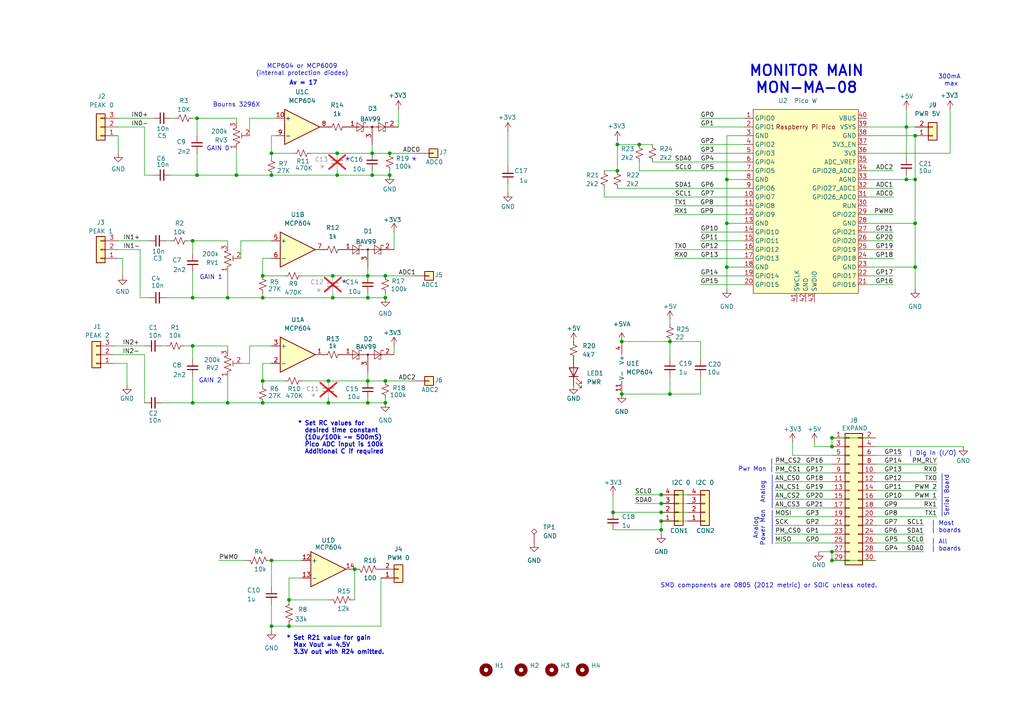
<source format=kicad_sch>
(kicad_sch (version 20250114) (generator "eeschema") (generator_version "9.0")
  (paper "A4")
  (text "Bourns 3296X" (at 68.58 30.48 0) (effects (font (size 1.27 1.27))))
  (text "300mA \nmax" (at 275.844 23.368 0) (effects (font (size 1.27 1.27))))
  (text "*" (at 100.838 46.99 0) (effects (font (size 2.286 2.286))))
  (text "    |\nPwr Mon |" (at 224.536 135.128 0) (effects (font (size 1.27 1.27)) (justify right)))
  (text "| Dig In (I/O)" (at 263.398 131.572 0) (effects (font (size 1.27 1.27)) (justify left)))
  (text "Analog\nPower Mon\n__________" (at 221.234 153.162 90) (effects (font (size 1.27 1.27))))
  (text "* Set R21 value for gain\n  Max Vout = 4.5V\n  3.3V out with R24 omitted.\n" (at 83.058 187.198 0) (effects (font (size 1.27 1.27) (thickness 0.254) (bold yes)) (justify left)))
  (text "GAIN 1" (at 61.214 80.518 0) (effects (font (size 1.27 1.27))))
  (text "*" (at 99.822 82.55 0) (effects (font (size 2.286 2.286))))
  (text "GAIN 2" (at 60.96 110.49 0) (effects (font (size 1.27 1.27))))
  (text "MONITOR MAIN\nMON-MA-08" (at 233.934 23.114 0) (effects (font (size 3.048 3.048) (thickness 0.508) (bold yes))))
  (text "GAIN 0" (at 63.246 43.18 0) (effects (font (size 1.27 1.27))))
  (text "Av = 17" (at 83.82 24.13 0) (effects (font (size 1.27 1.27) (thickness 0.254) (bold yes)) (justify left)))
  (text "| Most\n| boards" (at 270.002 152.908 0) (effects (font (size 1.27 1.27)) (justify left)))
  (text "Analog\n__________" (at 222.25 142.748 90) (effects (font (size 1.27 1.27))))
  (text "_____________\nSerial Board" (at 273.558 143.764 90) (effects (font (size 1.27 1.27))))
  (text "*" (at 120.142 46.99 0) (effects (font (size 2.286 2.286))))
  (text "* Set RC values for \n  desired time constant\n  (10u/100k ~= 500mS)\n  Pico ADC input is 100k\n  Additional C if required \n" (at 86.36 127 0) (effects (font (size 1.27 1.27) (thickness 0.254) (bold yes)) (justify left)))
  (text "MCP604 or MCP6009\n(internal protection diodes)" (at 87.63 20.32 0) (effects (font (size 1.27 1.27))))
  (text "| All\n| boards" (at 270.002 158.242 0) (effects (font (size 1.27 1.27)) (justify left)))
  (text "SMD components are 0805 (2012 metric) or SOIC unless noted." (at 223.012 169.926 0) (effects (font (size 1.27 1.27))))
  (junction (at 241.3 127))
  (junction (at 210.82 64.77))
  (junction (at 241.3 129.54))
  (junction (at 194.31 114.3))
  (junction (at 76.2 86.36))
  (junction (at 210.82 77.47))
  (junction (at 111.76 116.84))
  (junction (at 83.82 181.61))
  (junction (at 179.07 49.53))
  (junction (at 76.2 80.01))
  (junction (at 191.77 146.05))
  (junction (at 111.76 110.49))
  (junction (at 55.88 100.33))
  (junction (at 265.43 39.37))
  (junction (at 57.15 50.8))
  (junction (at 55.88 116.84))
  (junction (at 106.68 80.01))
  (junction (at 265.43 77.47))
  (junction (at 78.74 44.45))
  (junction (at 66.04 116.84))
  (junction (at 191.77 148.59))
  (junction (at 96.52 80.01))
  (junction (at 57.15 34.29))
  (junction (at 107.95 44.45))
  (junction (at 106.68 116.84))
  (junction (at 111.76 86.36))
  (junction (at 191.77 151.13))
  (junction (at 265.43 64.77))
  (junction (at 113.03 44.45))
  (junction (at 185.42 41.91))
  (junction (at 106.68 110.49))
  (junction (at 180.34 99.06))
  (junction (at 111.76 80.01))
  (junction (at 78.74 50.8))
  (junction (at 96.52 86.36))
  (junction (at 265.43 52.07))
  (junction (at 210.82 52.07))
  (junction (at 97.79 50.8))
  (junction (at 95.25 110.49))
  (junction (at 55.88 69.85))
  (junction (at 55.88 86.36))
  (junction (at 76.2 116.84))
  (junction (at 177.8 148.59))
  (junction (at 68.58 50.8))
  (junction (at 179.07 41.91))
  (junction (at 83.82 173.99))
  (junction (at 194.31 99.06))
  (junction (at 191.77 153.67))
  (junction (at 97.79 44.45))
  (junction (at 107.95 50.8))
  (junction (at 241.3 160.02))
  (junction (at 78.74 162.56))
  (junction (at 191.77 143.51))
  (junction (at 113.03 50.8))
  (junction (at 241.3 162.56))
  (junction (at 95.25 116.84))
  (junction (at 262.89 36.83))
  (junction (at 180.34 114.3))
  (junction (at 106.68 86.36))
  (junction (at 78.74 181.61))
  (junction (at 76.2 110.49))
  (junction (at 66.04 86.36))
  (junction (at 262.89 52.07))
  (junction (at 102.87 165.1))
  (wire (pts (xy 76.2 116.84) (xy 95.25 116.84)))
  (wire (pts (xy 199.39 143.51) (xy 191.77 143.51)))
  (wire (pts (xy 265.43 64.77) (xy 265.43 77.47)))
  (wire (pts (xy 251.46 57.15) (xy 259.08 57.15)))
  (wire (pts (xy 251.46 64.77) (xy 265.43 64.77)))
  (wire (pts (xy 195.58 74.93) (xy 215.9 74.93)))
  (wire (pts (xy 55.88 116.84) (xy 66.04 116.84)))
  (wire (pts (xy 177.8 153.67) (xy 191.77 153.67)))
  (wire (pts (xy 78.74 44.45) (xy 85.09 44.45)))
  (wire (pts (xy 191.77 146.05) (xy 199.39 146.05)))
  (wire (pts (xy 76.2 105.41) (xy 78.74 105.41)))
  (wire (pts (xy 203.2 36.83) (xy 215.9 36.83)))
  (wire (pts (xy 237.49 160.02) (xy 241.3 160.02)))
  (wire (pts (xy 224.79 134.62) (xy 241.3 134.62)))
  (wire (pts (xy 251.46 49.53) (xy 259.08 49.53)))
  (wire (pts (xy 107.95 50.8) (xy 113.03 50.8)))
  (wire (pts (xy 194.31 99.06) (xy 203.2 99.06)))
  (wire (pts (xy 87.63 80.01) (xy 96.52 80.01)))
  (wire (pts (xy 210.82 52.07) (xy 210.82 64.77)))
  (wire (pts (xy 210.82 52.07) (xy 215.9 52.07)))
  (wire (pts (xy 107.95 44.45) (xy 107.95 41.91)))
  (wire (pts (xy 41.91 116.84) (xy 41.91 102.87)))
  (wire (pts (xy 107.95 44.45) (xy 113.03 44.45)))
  (wire (pts (xy 97.79 49.53) (xy 97.79 50.8)))
  (wire (pts (xy 224.79 157.48) (xy 241.3 157.48)))
  (wire (pts (xy 57.15 39.37) (xy 57.15 34.29)))
  (wire (pts (xy 184.15 146.05) (xy 191.77 146.05)))
  (wire (pts (xy 55.88 69.85) (xy 55.88 73.66)))
  (wire (pts (xy 224.79 144.78) (xy 241.3 144.78)))
  (wire (pts (xy 236.22 129.54) (xy 241.3 129.54)))
  (wire (pts (xy 251.46 54.61) (xy 259.08 54.61)))
  (wire (pts (xy 251.46 39.37) (xy 265.43 39.37)))
  (wire (pts (xy 113.03 50.8) (xy 113.03 49.53)))
  (wire (pts (xy 106.68 110.49) (xy 106.68 107.95)))
  (wire (pts (xy 83.82 167.64) (xy 87.63 167.64)))
  (wire (pts (xy 34.29 74.93) (xy 35.56 74.93)))
  (wire (pts (xy 179.07 41.91) (xy 179.07 40.64)))
  (wire (pts (xy 195.58 62.23) (xy 215.9 62.23)))
  (wire (pts (xy 76.2 105.41) (xy 76.2 110.49)))
  (wire (pts (xy 34.29 72.39) (xy 40.64 72.39)))
  (wire (pts (xy 33.02 102.87) (xy 41.91 102.87)))
  (wire (pts (xy 78.74 162.56) (xy 78.74 170.18)))
  (wire (pts (xy 55.88 109.22) (xy 55.88 116.84)))
  (wire (pts (xy 76.2 86.36) (xy 96.52 86.36)))
  (wire (pts (xy 63.5 162.56) (xy 71.12 162.56)))
  (wire (pts (xy 175.26 54.61) (xy 175.26 57.15)))
  (wire (pts (xy 180.34 99.06) (xy 194.31 99.06)))
  (wire (pts (xy 203.2 41.91) (xy 215.9 41.91)))
  (wire (pts (xy 194.31 109.22) (xy 194.31 114.3)))
  (wire (pts (xy 34.29 34.29) (xy 44.45 34.29)))
  (wire (pts (xy 224.79 137.16) (xy 241.3 137.16)))
  (wire (pts (xy 111.76 110.49) (xy 119.38 110.49)))
  (wire (pts (xy 72.39 100.33) (xy 78.74 100.33)))
  (wire (pts (xy 78.74 181.61) (xy 83.82 181.61)))
  (wire (pts (xy 251.46 62.23) (xy 259.08 62.23)))
  (wire (pts (xy 195.58 59.69) (xy 215.9 59.69)))
  (wire (pts (xy 72.39 105.41) (xy 72.39 100.33)))
  (wire (pts (xy 241.3 127) (xy 241.3 129.54)))
  (wire (pts (xy 83.82 181.61) (xy 110.49 181.61)))
  (wire (pts (xy 76.2 74.93) (xy 76.2 80.01)))
  (wire (pts (xy 76.2 74.93) (xy 78.74 74.93)))
  (wire (pts (xy 87.63 110.49) (xy 95.25 110.49)))
  (wire (pts (xy 114.3 100.33) (xy 114.3 102.87)))
  (wire (pts (xy 78.74 181.61) (xy 78.74 175.26)))
  (wire (pts (xy 224.79 139.7) (xy 241.3 139.7)))
  (wire (pts (xy 251.46 82.55) (xy 259.08 82.55)))
  (wire (pts (xy 254 152.4) (xy 267.97 152.4)))
  (wire (pts (xy 106.68 116.84) (xy 111.76 116.84)))
  (wire (pts (xy 251.46 74.93) (xy 259.08 74.93)))
  (wire (pts (xy 224.79 154.94) (xy 241.3 154.94)))
  (wire (pts (xy 66.04 100.33) (xy 55.88 100.33)))
  (wire (pts (xy 265.43 77.47) (xy 265.43 83.82)))
  (wire (pts (xy 49.53 34.29) (xy 50.8 34.29)))
  (wire (pts (xy 66.04 116.84) (xy 76.2 116.84)))
  (wire (pts (xy 254 157.48) (xy 267.97 157.48)))
  (wire (pts (xy 106.68 86.36) (xy 106.68 85.09)))
  (wire (pts (xy 254 142.24) (xy 271.78 142.24)))
  (wire (pts (xy 203.2 69.85) (xy 215.9 69.85)))
  (wire (pts (xy 34.29 69.85) (xy 43.18 69.85)))
  (wire (pts (xy 203.2 34.29) (xy 215.9 34.29)))
  (wire (pts (xy 49.53 50.8) (xy 57.15 50.8)))
  (wire (pts (xy 35.56 74.93) (xy 35.56 80.01)))
  (wire (pts (xy 254 137.16) (xy 271.78 137.16)))
  (wire (pts (xy 251.46 52.07) (xy 262.89 52.07)))
  (wire (pts (xy 210.82 77.47) (xy 210.82 83.82)))
  (wire (pts (xy 251.46 80.01) (xy 259.08 80.01)))
  (wire (pts (xy 254 149.86) (xy 271.78 149.86)))
  (wire (pts (xy 66.04 86.36) (xy 76.2 86.36)))
  (wire (pts (xy 177.8 148.59) (xy 191.77 148.59)))
  (wire (pts (xy 254 160.02) (xy 267.97 160.02)))
  (wire (pts (xy 96.52 86.36) (xy 106.68 86.36)))
  (wire (pts (xy 251.46 77.47) (xy 265.43 77.47)))
  (wire (pts (xy 78.74 39.37) (xy 78.74 44.45)))
  (wire (pts (xy 96.52 80.01) (xy 106.68 80.01)))
  (wire (pts (xy 224.79 152.4) (xy 241.3 152.4)))
  (wire (pts (xy 107.95 50.8) (xy 107.95 49.53)))
  (wire (pts (xy 46.99 100.33) (xy 48.26 100.33)))
  (wire (pts (xy 262.89 31.75) (xy 262.89 36.83)))
  (wire (pts (xy 254 154.94) (xy 267.97 154.94)))
  (wire (pts (xy 111.76 86.36) (xy 111.76 85.09)))
  (wire (pts (xy 72.39 34.29) (xy 80.01 34.29)))
  (wire (pts (xy 114.3 67.31) (xy 114.3 72.39)))
  (wire (pts (xy 254 139.7) (xy 271.78 139.7)))
  (wire (pts (xy 147.32 53.34) (xy 147.32 55.88)))
  (wire (pts (xy 66.04 71.12) (xy 66.04 69.85)))
  (wire (pts (xy 68.58 50.8) (xy 78.74 50.8)))
  (wire (pts (xy 236.22 128.27) (xy 236.22 129.54)))
  (wire (pts (xy 34.29 36.83) (xy 41.91 36.83)))
  (wire (pts (xy 254 132.08) (xy 261.62 132.08)))
  (wire (pts (xy 241.3 162.56) (xy 254 162.56)))
  (wire (pts (xy 69.85 105.41) (xy 72.39 105.41)))
  (wire (pts (xy 57.15 34.29) (xy 55.88 34.29)))
  (wire (pts (xy 185.42 49.53) (xy 215.9 49.53)))
  (wire (pts (xy 251.46 44.45) (xy 275.59 44.45)))
  (wire (pts (xy 102.87 165.1) (xy 102.87 173.99)))
  (wire (pts (xy 96.52 85.09) (xy 96.52 86.36)))
  (wire (pts (xy 55.88 86.36) (xy 66.04 86.36)))
  (wire (pts (xy 265.43 52.07) (xy 265.43 64.77)))
  (wire (pts (xy 194.31 93.98) (xy 194.31 92.71)))
  (wire (pts (xy 275.59 31.75) (xy 275.59 44.45)))
  (wire (pts (xy 179.07 54.61) (xy 215.9 54.61)))
  (wire (pts (xy 48.26 86.36) (xy 55.88 86.36)))
  (wire (pts (xy 191.77 153.67) (xy 191.77 151.13)))
  (wire (pts (xy 179.07 41.91) (xy 179.07 49.53)))
  (wire (pts (xy 215.9 39.37) (xy 210.82 39.37)))
  (wire (pts (xy 66.04 109.22) (xy 66.04 116.84)))
  (wire (pts (xy 111.76 116.84) (xy 111.76 115.57)))
  (wire (pts (xy 203.2 109.22) (xy 203.2 114.3)))
  (wire (pts (xy 210.82 64.77) (xy 215.9 64.77)))
  (wire (pts (xy 106.68 80.01) (xy 106.68 77.47)))
  (wire (pts (xy 113.03 44.45) (xy 120.65 44.45)))
  (wire (pts (xy 241.3 160.02) (xy 241.3 162.56)))
  (wire (pts (xy 55.88 100.33) (xy 55.88 104.14)))
  (wire (pts (xy 177.8 143.51) (xy 177.8 148.59)))
  (wire (pts (xy 175.26 49.53) (xy 179.07 49.53)))
  (wire (pts (xy 254 144.78) (xy 271.78 144.78)))
  (wire (pts (xy 185.42 46.99) (xy 185.42 49.53)))
  (wire (pts (xy 203.2 104.14) (xy 203.2 99.06)))
  (wire (pts (xy 83.82 173.99) (xy 95.25 173.99)))
  (wire (pts (xy 41.91 50.8) (xy 41.91 36.83)))
  (wire (pts (xy 210.82 77.47) (xy 215.9 77.47)))
  (wire (pts (xy 179.07 41.91) (xy 185.42 41.91)))
  (wire (pts (xy 40.64 72.39) (xy 40.64 86.36)))
  (wire (pts (xy 33.02 100.33) (xy 41.91 100.33)))
  (wire (pts (xy 97.79 44.45) (xy 107.95 44.45)))
  (wire (pts (xy 262.89 36.83) (xy 262.89 45.72)))
  (wire (pts (xy 97.79 50.8) (xy 107.95 50.8)))
  (wire (pts (xy 147.32 38.1) (xy 147.32 48.26)))
  (wire (pts (xy 36.83 111.76) (xy 36.83 105.41)))
  (wire (pts (xy 203.2 44.45) (xy 215.9 44.45)))
  (wire (pts (xy 57.15 44.45) (xy 57.15 50.8)))
  (wire (pts (xy 68.58 43.18) (xy 68.58 50.8)))
  (wire (pts (xy 66.04 69.85) (xy 55.88 69.85)))
  (wire (pts (xy 106.68 110.49) (xy 111.76 110.49)))
  (wire (pts (xy 254 134.62) (xy 271.78 134.62)))
  (wire (pts (xy 262.89 36.83) (xy 265.43 36.83)))
  (wire (pts (xy 68.58 35.56) (xy 68.58 34.29)))
  (wire (pts (xy 55.88 69.85) (xy 54.61 69.85)))
  (wire (pts (xy 184.15 143.51) (xy 191.77 143.51)))
  (wire (pts (xy 224.79 149.86) (xy 241.3 149.86)))
  (wire (pts (xy 199.39 148.59) (xy 191.77 148.59)))
  (wire (pts (xy 95.25 116.84) (xy 106.68 116.84)))
  (wire (pts (xy 34.29 39.37) (xy 34.29 44.45)))
  (wire (pts (xy 57.15 50.8) (xy 68.58 50.8)))
  (wire (pts (xy 36.83 105.41) (xy 33.02 105.41)))
  (wire (pts (xy 90.17 44.45) (xy 97.79 44.45)))
  (wire (pts (xy 203.2 80.01) (xy 215.9 80.01)))
  (wire (pts (xy 180.34 114.3) (xy 194.31 114.3)))
  (wire (pts (xy 210.82 64.77) (xy 210.82 77.47)))
  (wire (pts (xy 210.82 39.37) (xy 210.82 52.07)))
  (wire (pts (xy 76.2 110.49) (xy 82.55 110.49)))
  (wire (pts (xy 259.08 72.39) (xy 251.46 72.39)))
  (wire (pts (xy 251.46 36.83) (xy 262.89 36.83)))
  (wire (pts (xy 76.2 80.01) (xy 82.55 80.01)))
  (wire (pts (xy 106.68 80.01) (xy 111.76 80.01)))
  (wire (pts (xy 78.74 162.56) (xy 87.63 162.56)))
  (wire (pts (xy 72.39 39.37) (xy 72.39 34.29)))
  (wire (pts (xy 254 129.54) (xy 279.4 129.54)))
  (wire (pts (xy 241.3 127) (xy 254 127)))
  (wire (pts (xy 69.85 69.85) (xy 78.74 69.85)))
  (wire (pts (xy 69.85 74.93) (xy 69.85 69.85)))
  (wire (pts (xy 76.2 85.09) (xy 76.2 86.36)))
  (wire (pts (xy 194.31 104.14) (xy 194.31 99.06)))
  (wire (pts (xy 199.39 151.13) (xy 191.77 151.13)))
  (wire (pts (xy 229.87 132.08) (xy 241.3 132.08)))
  (wire (pts (xy 55.88 78.74) (xy 55.88 86.36)))
  (wire (pts (xy 224.79 147.32) (xy 241.3 147.32)))
  (wire (pts (xy 106.68 116.84) (xy 106.68 115.57)))
  (wire (pts (xy 78.74 50.8) (xy 97.79 50.8)))
  (wire (pts (xy 203.2 114.3) (xy 194.31 114.3)))
  (wire (pts (xy 83.82 167.64) (xy 83.82 173.99)))
  (wire (pts (xy 259.08 69.85) (xy 251.46 69.85)))
  (wire (pts (xy 265.43 39.37) (xy 265.43 52.07)))
  (wire (pts (xy 40.64 86.36) (xy 43.18 86.36)))
  (wire (pts (xy 259.08 67.31) (xy 251.46 67.31)))
  (wire (pts (xy 185.42 41.91) (xy 189.23 41.91)))
  (wire (pts (xy 189.23 46.99) (xy 215.9 46.99)))
  (wire (pts (xy 48.26 69.85) (xy 49.53 69.85)))
  (wire (pts (xy 110.49 167.64) (xy 110.49 181.61)))
  (wire (pts (xy 55.88 100.33) (xy 53.34 100.33)))
  (wire (pts (xy 203.2 82.55) (xy 215.9 82.55)))
  (wire (pts (xy 262.89 52.07) (xy 265.43 52.07)))
  (wire (pts (xy 195.58 72.39) (xy 215.9 72.39)))
  (wire (pts (xy 68.58 34.29) (xy 57.15 34.29)))
  (wire (pts (xy 229.87 128.27) (xy 229.87 132.08)))
  (wire (pts (xy 262.89 50.8) (xy 262.89 52.07)))
  (wire (pts (xy 76.2 110.49) (xy 76.2 111.76)))
  (wire (pts (xy 66.04 78.74) (xy 66.04 86.36)))
  (wire (pts (xy 78.74 44.45) (xy 78.74 45.72)))
  (wire (pts (xy 115.57 31.75) (xy 115.57 36.83)))
  (wire (pts (xy 44.45 50.8) (xy 41.91 50.8)))
  (wire (pts (xy 95.25 115.57) (xy 95.25 116.84)))
  (wire (pts (xy 95.25 110.49) (xy 106.68 110.49)))
  (wire (pts (xy 106.68 86.36) (xy 111.76 86.36)))
  (wire (pts (xy 66.04 100.33) (xy 66.04 101.6)))
  (wire (pts (xy 78.74 39.37) (xy 80.01 39.37)))
  (wire (pts (xy 203.2 67.31) (xy 215.9 67.31)))
  (wire (pts (xy 175.26 57.15) (xy 215.9 57.15)))
  (wire (pts (xy 46.99 116.84) (xy 55.88 116.84)))
  (wire (pts (xy 78.74 182.88) (xy 78.74 181.61)))
  (wire (pts (xy 191.77 153.67) (xy 191.77 154.94)))
  (wire (pts (xy 111.76 80.01) (xy 119.38 80.01)))
  (wire (pts (xy 254 147.32) (xy 271.78 147.32)))
  (wire (pts (xy 224.79 142.24) (xy 241.3 142.24)))
  (label "IN0+" (at 38.1 34.29 0))
  (label "TX1" (at 195.58 59.69 0))
  (label "SCL0" (at 267.97 157.48 180))
  (label "GP4" (at 256.54 160.02 0))
  (label "PWM 1" (at 271.78 144.78 180))
  (label "ADC2" (at 115.57 110.49 0))
  (label "PM_CS2" (at 224.79 134.62 0))
  (label "GP16" (at 259.08 82.55 180))
  (label "GP14" (at 203.2 80.01 0))
  (label "GP19" (at 259.08 72.39 180))
  (label "GP0" (at 203.2 34.29 0))
  (label "GP3" (at 233.68 149.86 0))
  (label "GP7" (at 260.35 152.4 180))
  (label "SCK" (at 224.79 152.4 0))
  (label "AN_CS1" (at 224.79 142.24 0))
  (label "GP19" (at 233.68 142.24 0))
  (label "SDA0" (at 184.15 146.05 0))
  (label "GP1" (at 203.2 36.83 0))
  (label "PWM0" (at 259.08 62.23 180))
  (label "TX1" (at 271.78 149.86 180))
  (label "PWM0" (at 63.5 162.56 0))
  (label "GP12" (at 261.62 139.7 180))
  (label "SCL1" (at 200.66 57.15 180))
  (label "GP2" (at 233.68 152.4 0))
  (label "PWM 2" (at 271.78 142.24 180))
  (label "GP17" (at 259.08 80.01 180))
  (label "ADC1" (at 115.57 80.01 0))
  (label "GP18" (at 259.08 74.93 180))
  (label "IN1+" (at 40.64 69.85 180))
  (label "GP4" (at 203.2 46.99 0))
  (label "IN2+" (at 35.56 100.33 0))
  (label "AN_CS3" (at 224.79 147.32 0))
  (label "GP5" (at 256.54 157.48 0))
  (label "GP6" (at 260.35 154.94 180))
  (label "GP12" (at 203.2 72.39 0))
  (label "GP10" (at 261.62 144.78 180))
  (label "ADC2" (at 259.08 49.53 180))
  (label "MOSI" (at 224.79 149.86 0))
  (label "IN0-" (at 38.1 36.83 0))
  (label "GP14" (at 261.62 134.62 180))
  (label "GP16" (at 233.68 134.62 0))
  (label "GP11" (at 261.62 142.24 180))
  (label "TX0" (at 195.58 72.39 0))
  (label "GP20" (at 233.68 144.78 0))
  (label "TX0" (at 271.78 139.7 180))
  (label "SDA1" (at 200.66 54.61 180))
  (label "GP2" (at 203.2 41.91 0))
  (label "GP17" (at 233.68 137.16 0))
  (label "GP1" (at 233.68 154.94 0))
  (label "SDA1" (at 267.97 154.94 180))
  (label "GP18" (at 233.68 139.7 0))
  (label "PM_CS1" (at 224.79 137.16 0))
  (label "SDA0" (at 200.66 46.99 180))
  (label "AN_CS2" (at 224.79 144.78 0))
  (label "ADC1" (at 259.08 54.61 180))
  (label "ADC0" (at 259.08 57.15 180))
  (label "GP3" (at 203.2 44.45 0))
  (label "GP15" (at 261.62 132.08 180))
  (label "GP9" (at 207.01 62.23 180))
  (label "GP20" (at 259.08 69.85 180))
  (label "GP5" (at 203.2 49.53 0))
  (label "SCL0" (at 200.66 49.53 180))
  (label "RX0" (at 271.78 137.16 180))
  (label "AN_CS0" (at 224.79 139.7 0))
  (label "PM_CS0" (at 224.79 154.94 0))
  (label "RX0" (at 195.58 74.93 0))
  (label "RX1" (at 271.78 147.32 180))
  (label "GP6" (at 203.2 54.61 0))
  (label "GP21" (at 233.68 147.32 0))
  (label "IN2-" (at 35.56 102.87 0))
  (label "GP21" (at 259.08 67.31 180))
  (label "GP8" (at 260.35 149.86 180))
  (label "GP0" (at 233.68 157.48 0))
  (label "SCL0" (at 184.15 143.51 0))
  (label "GP11" (at 203.2 69.85 0))
  (label "SCL1" (at 267.97 152.4 180))
  (label "PM_RLY" (at 271.78 134.62 180))
  (label "SDA0" (at 267.97 160.02 180))
  (label "GP9" (at 260.35 147.32 180))
  (label "GP7" (at 203.2 57.15 0))
  (label "GP15" (at 203.2 82.55 0))
  (label "MISO" (at 224.79 157.48 0))
  (label "GP13" (at 203.2 74.93 0))
  (label "IN1-" (at 40.64 72.39 180))
  (label "GP10" (at 203.2 67.31 0))
  (label "GP8" (at 207.01 59.69 180))
  (label "ADC0" (at 116.84 44.45 0))
  (label "GP13" (at 261.62 137.16 180))
  (label "RX1" (at 195.58 62.23 0))
  (symbol (lib_id "Device:C_Small") (at 55.88 76.2 180) (unit 1)
    (property "Reference" "C7" (at 51.308 75.438 0))
    (property "Value" "2n2" (at 52.07 78.232 0))
    (property "Footprint" "Capacitor_SMD:C_0805_2012Metric_Pad1.18x1.45mm_HandSolder" (effects (hide yes)))
    (property "Description" "Unpolarized capacitor, small symbol" (effects (hide yes)))
  )
  (symbol (lib_id "power:+5V") (at 262.89 31.75 0) (unit 1)
    (property "Reference" "#PWR026" (effects (hide yes)))
    (property "Value" "+5V" (at 262.89 27.94 0))
    (property "Description" "Power symbol creates a global label with name \"+5V\"" (effects (hide yes)))
  )
  (symbol (lib_id "Device:R_Small_US") (at 96.52 102.87 90) (unit 1)
    (property "Reference" "R13" (at 96.52 98.298 90))
    (property "Value" "1k" (at 96.52 100.33 90))
    (property "Footprint" "Resistor_SMD:R_0805_2012Metric_Pad1.20x1.40mm_HandSolder" (effects (hide yes)))
    (property "Description" "Resistor, small US symbol" (effects (hide yes)))
  )
  (symbol (lib_id "Device:C_Small") (at 177.8 151.13 0) (unit 1)
    (property "Reference" "C18" (at 180.34 149.8662 0) (effects (justify left)))
    (property "Value" "1u" (at 180.34 152.4062 0) (effects (justify left)))
    (property "Footprint" "Capacitor_SMD:C_0805_2012Metric_Pad1.18x1.45mm_HandSolder" (effects (hide yes)))
    (property "Description" "Unpolarized capacitor, small symbol" (effects (hide yes)))
  )
  (symbol (lib_id "Connector_Generic:Conn_01x03") (at 29.21 36.83 180) (unit 1)
    (property "Reference" "J2" (at 29.464 27.94 0))
    (property "Value" "PEAK 0" (at 29.464 30.48 0))
    (property "Footprint" "RP:K3EDG" (effects (hide yes)))
    (property "Description" "Generic connector, single row, 01x03, script generated (kicad-library-utils/schlib/autogen/connector/)" (effects (hide yes)))
    (property "Description_1" "Pluggable Terminal Blocks 3P 3.81MM HDR RA PLUGGABLE TERM BLK" (effects (hide yes)))
    (property "Height" "7.2" (effects (hide yes)))
    (property "Mouser Part Number" "649-220110-D031A01LF" (effects (hide yes)))
    (property "Mouser Price/Stock" "https://www.mouser.co.uk/ProductDetail/Amphenol-Anytek/OQ0332510000G?qs=Mv7BduZupUi%2F0eMoAWjmEw%3D%3D" (effects (hide yes)))
    (property "Manufacturer_Name" "Amphenol" (effects (hide yes)))
    (property "Manufacturer_Part_Number" "OQ0332510000G" (effects (hide yes)))
  )
  (symbol (lib_id "RP_pico:Pico") (at 233.68 58.42 0) (unit 1)
    (property "Reference" "U2" (at 227.076 29.21 0))
    (property "Value" "Pico W" (at 233.68 29.21 0))
    (property "Footprint" "RP:RPi_Pico_THT_BASIC_INSIDE" (effects (hide yes)))
  )
  (symbol (lib_id "power:GND") (at 210.82 83.82 0) (unit 1)
    (property "Reference" "#PWR022" (effects (hide yes)))
    (property "Value" "GND" (at 210.82 88.9 0))
    (property "Description" "Power symbol creates a global label with name \"GND\" , ground" (effects (hide yes)))
  )
  (symbol (lib_id "Device:R_Small_US") (at 175.26 52.07 0) (unit 1)
    (property "Reference" "R21" (at 169.926 50.8 0) (effects (justify left)))
    (property "Value" "2k2" (at 169.926 53.34 0) (effects (justify left)))
    (property "Footprint" "Resistor_SMD:R_0805_2012Metric_Pad1.20x1.40mm_HandSolder" (effects (hide yes)))
    (property "Description" "Resistor, small US symbol" (effects (hide yes)))
  )
  (symbol (lib_id "Device:R_US") (at 106.68 165.1 90) (mirror x) (unit 1)
    (property "Reference" "R16" (at 105.41 162.56 90) (effects (justify right)))
    (property "Value" "100" (at 105.41 167.64 90) (effects (justify right)))
    (property "Footprint" "Resistor_SMD:R_0805_2012Metric_Pad1.20x1.40mm_HandSolder" (effects (hide yes)))
  )
  (symbol (lib_id "power:+5V") (at 194.31 92.71 0) (unit 1)
    (property "Reference" "#PWR021" (effects (hide yes)))
    (property "Value" "+5V" (at 194.31 88.9 0))
    (property "Description" "Power symbol creates a global label with name \"+5V\"" (effects (hide yes)))
  )
  (symbol (lib_id "Device:C_Small") (at 78.74 172.72 0) (unit 1)
    (property "Reference" "C10" (at 71.628 171.196 0) (effects (justify left)))
    (property "Value" "1u" (at 71.628 173.736 0) (effects (justify left)))
    (property "Footprint" "Capacitor_SMD:C_0805_2012Metric_Pad1.18x1.45mm_HandSolder" (effects (hide yes)))
    (property "Description" "Unpolarized capacitor, small symbol" (effects (hide yes)))
  )
  (symbol (lib_id "Device:R_Small_US") (at 78.74 48.26 180) (unit 1)
    (property "Reference" "R7" (at 80.772 47.498 0) (effects (justify right)))
    (property "Value" "27K" (at 80.264 49.53 0) (effects (justify right)))
    (property "Footprint" "Resistor_SMD:R_0805_2012Metric_Pad1.20x1.40mm_HandSolder" (effects (hide yes)))
    (property "Description" "Resistor, small US symbol" (effects (hide yes)))
  )
  (symbol (lib_id "power:GND") (at 111.76 86.36 0) (unit 1)
    (property "Reference" "#PWR05" (effects (hide yes)))
    (property "Value" "GND" (at 111.76 90.932 0))
    (property "Description" "Power symbol creates a global label with name \"GND\" , ground" (effects (hide yes)))
  )
  (symbol (lib_id "Device:R_Small_US") (at 179.07 52.07 0) (unit 1)
    (property "Reference" "R22" (at 181.61 50.7999 0) (effects (justify left)))
    (property "Value" "2k2" (at 181.61 53.3399 0) (effects (justify left)))
    (property "Footprint" "Resistor_SMD:R_0805_2012Metric_Pad1.20x1.40mm_HandSolder" (effects (hide yes)))
    (property "Description" "Resistor, small US symbol" (effects (hide yes)))
  )
  (symbol (lib_id "power:GND") (at 78.74 182.88 0) (unit 1)
    (property "Reference" "#PWR04" (effects (hide yes)))
    (property "Value" "GND" (at 78.74 187.96 0))
    (property "Description" "Power symbol creates a global label with name \"GND\" , ground" (effects (hide yes)))
  )
  (symbol (lib_id "Amplifier_Operational:MCP604") (at 86.36 72.39 0) (unit 2)
    (property "Reference" "U1" (at 86.36 62.23 0))
    (property "Value" "MCP604" (at 86.36 64.77 0))
    (property "Footprint" "Package_SO:SOIC-14_3.9x8.7mm_P1.27mm" (effects (hide yes)))
    (property "Datasheet" "http://ww1.microchip.com/downloads/en/DeviceDoc/21314g.pdf" (effects (hide yes)))
    (property "Description" "Quad 2.7V to 6.0V Single Supply CMOS Op Amps, DIP-14/SOIC-14/TSSOP-14" (effects (hide yes)))
  )
  (symbol (lib_name "Conn_01x01_1") (lib_id "Connector_Generic:Conn_01x01") (at 125.73 44.45 0) (unit 1)
    (property "Reference" "J7" (at 128.524 44.196 0))
    (property "Value" "ADC0" (at 125.984 46.99 0))
    (property "Footprint" "Connector_PinHeader_2.54mm:PinHeader_1x01_P2.54mm_Vertical" (effects (hide yes)))
    (property "Description" "Generic connector, single row, 01x01, script generated (kicad-library-utils/schlib/autogen/connector/)" (effects (hide yes)))
  )
  (symbol (lib_id "Amplifier_Operational:MCP604") (at 87.63 36.83 0) (unit 3)
    (property "Reference" "U1" (at 87.63 26.67 0))
    (property "Value" "MCP604" (at 87.63 29.21 0))
    (property "Footprint" "Package_SO:SOIC-14_3.9x8.7mm_P1.27mm" (effects (hide yes)))
    (property "Datasheet" "http://ww1.microchip.com/downloads/en/DeviceDoc/21314g.pdf" (effects (hide yes)))
    (property "Description" "Quad 2.7V to 6.0V Single Supply CMOS Op Amps, DIP-14/SOIC-14/TSSOP-14" (effects (hide yes)))
  )
  (symbol (lib_id "power:+3V3") (at 115.57 31.75 0) (unit 1)
    (property "Reference" "#PWR010" (effects (hide yes)))
    (property "Value" "+3V3" (at 115.316 27.686 0))
    (property "Description" "Power symbol creates a global label with name \"+3V3\"" (effects (hide yes)))
  )
  (symbol (lib_id "power:GND") (at 36.83 111.76 0) (unit 1)
    (property "Reference" "#PWR03" (effects (hide yes)))
    (property "Value" "GND" (at 36.83 115.57 0))
    (property "Description" "Power symbol creates a global label with name \"GND\" , ground" (effects (hide yes)))
  )
  (symbol (lib_id "Device:C_Small") (at 45.72 86.36 90) (unit 1)
    (property "Reference" "C4" (at 45.212 80.772 90))
    (property "Value" "10n" (at 45.72 82.804 90))
    (property "Footprint" "Capacitor_SMD:C_0805_2012Metric_Pad1.18x1.45mm_HandSolder" (effects (hide yes)))
    (property "Description" "Unpolarized capacitor, small symbol" (effects (hide yes)))
  )
  (symbol (lib_id "Connector_Generic:Conn_01x02") (at 270.51 39.37 0) (mirror x) (unit 1)
    (property "Reference" "J9" (at 270.51 30.48 0))
    (property "Value" "PWR 5V" (at 268.986 33.02 0))
    (property "Footprint" "RP:K2EDG" (effects (hide yes)))
    (property "Description" "Generic connector, single row, 01x02, script generated (kicad-library-utils/schlib/autogen/connector/)" (effects (hide yes)))
  )
  (symbol (lib_id "Device:R_US") (at 99.06 173.99 90) (mirror x) (unit 1)
    (property "Reference" "R15" (at 97.79 171.45 90) (effects (justify right)))
    (property "Value" "12k" (at 97.79 176.53 90) (effects (justify right)))
    (property "Footprint" "Resistor_SMD:R_0805_2012Metric_Pad1.20x1.40mm_HandSolder" (effects (hide yes)))
  )
  (symbol (lib_id "Device:R_Potentiometer_Trim_US") (at 66.04 105.41 0) (mirror x) (unit 1)
    (property "Reference" "RV2" (at 63.5 106.68 0) (effects (justify right)))
    (property "Value" "200k" (at 64.008 104.394 0) (effects (justify right)))
    (property "Footprint" "Potentiometer_THT:Potentiometer_Bourns_3296X_Horizontal" (effects (hide yes)))
    (property "Description" "Trim-potentiometer, US symbol" (effects (hide yes)))
  )
  (symbol (lib_id "Device:C_Small") (at 57.15 41.91 180) (unit 1)
    (property "Reference" "C9" (at 52.578 41.148 0))
    (property "Value" "2n2" (at 53.34 43.942 0))
    (property "Footprint" "Capacitor_SMD:C_0805_2012Metric_Pad1.18x1.45mm_HandSolder" (effects (hide yes)))
    (property "Description" "Unpolarized capacitor, small symbol" (effects (hide yes)))
  )
  (symbol (lib_id "Device:C_Small") (at 95.25 113.03 180) (unit 1) (in_bom no) (dnp yes)
    (property "Reference" "C11" (at 90.678 112.776 0))
    (property "Value" "*" (at 90.932 115.316 0) (effects (font (size 2.286 2.286))))
    (property "Footprint" "Capacitor_SMD:C_0805_2012Metric_Pad1.18x1.45mm_HandSolder" (effects (hide yes)))
    (property "Description" "Unpolarized capacitor, small symbol" (effects (hide yes)))
  )
  (symbol (lib_id "Connector_Generic:Conn_01x01") (at 124.46 110.49 0) (unit 1)
    (property "Reference" "J6" (at 127.254 110.236 0))
    (property "Value" "ADC2" (at 124.714 113.03 0))
    (property "Footprint" "Connector_PinHeader_2.54mm:PinHeader_1x01_P2.54mm_Vertical" (effects (hide yes)))
    (property "Description" "Generic connector, single row, 01x01, script generated (kicad-library-utils/schlib/autogen/connector/)" (effects (hide yes)))
  )
  (symbol (lib_id "Device:R_US") (at 74.93 162.56 90) (mirror x) (unit 1)
    (property "Reference" "R4" (at 73.66 160.02 90) (effects (justify right)))
    (property "Value" "10k" (at 73.66 165.1 90) (effects (justify right)))
    (property "Footprint" "Resistor_SMD:R_0805_2012Metric_Pad1.20x1.40mm_HandSolder" (effects (hide yes)))
  )
  (symbol (lib_id "Device:R_Small_US") (at 96.52 72.39 90) (unit 1)
    (property "Reference" "R12" (at 96.52 66.04 90))
    (property "Value" "1k" (at 96.52 68.58 90))
    (property "Footprint" "Resistor_SMD:R_0805_2012Metric_Pad1.20x1.40mm_HandSolder" (effects (hide yes)))
    (property "Description" "Resistor, small US symbol" (effects (hide yes)))
  )
  (symbol (lib_id "Device:C_Small") (at 106.68 82.55 180) (unit 1)
    (property "Reference" "C14" (at 102.108 81.788 0))
    (property "Value" "10u" (at 102.87 84.582 0))
    (property "Footprint" "Capacitor_SMD:C_0805_2012Metric_Pad1.18x1.45mm_HandSolder" (effects (hide yes)))
    (property "Description" "Unpolarized capacitor, small symbol" (effects (hide yes)))
  )
  (symbol (lib_id "Diode:BAS40-04") (at 106.68 74.93 0) (unit 1)
    (property "Reference" "D1" (at 105.41 67.056 0) (effects (justify left)))
    (property "Value" "BAV99" (at 103.124 70.104 0) (effects (justify left)))
    (property "Footprint" "Package_TO_SOT_SMD:SOT-23" (effects (hide yes)))
    (property "Datasheet" "http://www.vishay.com/docs/85701/bas40v.pdf" (effects (hide yes)))
    (property "Description" "40V 0.2A Dual Small Signal Schottky Diodes" (effects (hide yes)))
  )
  (symbol (lib_id "power:+3V3") (at 114.3 67.31 0) (unit 1)
    (property "Reference" "#PWR08" (effects (hide yes)))
    (property "Value" "+3V3" (at 113.792 63.754 0))
    (property "Description" "Power symbol creates a global label with name \"+3V3\"" (effects (hide yes)))
  )
  (symbol (lib_id "power:+3V3") (at 177.8 143.51 0) (unit 1)
    (property "Reference" "#PWR016" (effects (hide yes)))
    (property "Value" "+3V3" (at 177.8 139.954 0))
    (property "Description" "Power symbol creates a global label with name \"+3V3\"" (effects (hide yes)))
  )
  (symbol (lib_id "Diode:BAS40-04") (at 107.95 39.37 0) (unit 1)
    (property "Reference" "D3" (at 106.68 31.496 0) (effects (justify left)))
    (property "Value" "BAV99" (at 104.394 34.544 0) (effects (justify left)))
    (property "Footprint" "Package_TO_SOT_SMD:SOT-23" (effects (hide yes)))
    (property "Datasheet" "http://www.vishay.com/docs/85701/bas40v.pdf" (effects (hide yes)))
    (property "Description" "40V 0.2A Dual Small Signal Schottky Diodes" (effects (hide yes)))
  )
  (symbol (lib_id "Device:C_Small") (at 262.89 48.26 0) (unit 1)
    (property "Reference" "C21" (at 266.446 47.498 0) (effects (justify left)))
    (property "Value" "10u" (at 266.446 49.53 0) (effects (justify left)))
    (property "Footprint" "Capacitor_SMD:C_0805_2012Metric_Pad1.18x1.45mm_HandSolder" (effects (hide yes)))
    (property "Description" "Unpolarized capacitor, small symbol" (effects (hide yes)))
  )
  (symbol (lib_id "power:+3V3") (at 179.07 40.64 0) (unit 1)
    (property "Reference" "#PWR017" (effects (hide yes)))
    (property "Value" "+3V3" (at 178.816 36.576 0))
    (property "Description" "Power symbol creates a global label with name \"+3V3\"" (effects (hide yes)))
  )
  (symbol (lib_id "Device:C_Small") (at 44.45 116.84 90) (unit 1)
    (property "Reference" "C2" (at 44.45 119.888 90))
    (property "Value" "10n" (at 44.958 121.92 90))
    (property "Footprint" "Capacitor_SMD:C_0805_2012Metric_Pad1.18x1.45mm_HandSolder" (effects (hide yes)))
    (property "Description" "Unpolarized capacitor, small symbol" (effects (hide yes)))
  )
  (symbol (lib_id "Device:R_Small_US") (at 76.2 82.55 180) (unit 1)
    (property "Reference" "R5" (at 78.232 81.788 0) (effects (justify right)))
    (property "Value" "27K" (at 77.724 83.82 0) (effects (justify right)))
    (property "Footprint" "Resistor_SMD:R_0805_2012Metric_Pad1.20x1.40mm_HandSolder" (effects (hide yes)))
    (property "Description" "Resistor, small US symbol" (effects (hide yes)))
  )
  (symbol (lib_id "Connector:TestPoint_Alt") (at 154.94 157.48 0) (unit 1)
    (property "Reference" "TP1" (at 157.48 152.9079 0) (effects (justify left)))
    (property "Value" "GND" (at 157.48 155.4479 0) (effects (justify left)))
    (property "Footprint" "TestPoint:TestPoint_THTPad_2.0x2.0mm_Drill1.0mm" (effects (hide yes)))
    (property "Description" "test point (alternative shape)" (effects (hide yes)))
  )
  (symbol (lib_id "Device:R_Small_US") (at 194.31 96.52 180) (unit 1)
    (property "Reference" "R25" (at 196.088 95.504 0) (effects (justify right)))
    (property "Value" "22" (at 195.834 97.79 0) (effects (justify right)))
    (property "Footprint" "Resistor_THT:R_Axial_DIN0207_L6.3mm_D2.5mm_P10.16mm_Horizontal" (effects (hide yes)))
    (property "Description" "Resistor, small US symbol" (effects (hide yes)))
  )
  (symbol (lib_id "Device:R_Small_US") (at 50.8 100.33 90) (unit 1)
    (property "Reference" "R1" (at 50.8 94.996 90))
    (property "Value" "10k" (at 50.8 97.282 90))
    (property "Footprint" "Resistor_SMD:R_0805_2012Metric_Pad1.20x1.40mm_HandSolder" (effects (hide yes)))
    (property "Description" "Resistor, small US symbol" (effects (hide yes)))
  )
  (symbol (lib_id "Device:C_Small") (at 147.32 50.8 180) (unit 1)
    (property "Reference" "C17" (at 151.13 49.53 0))
    (property "Value" "1u" (at 151.892 52.324 0))
    (property "Footprint" "Capacitor_SMD:C_0805_2012Metric_Pad1.18x1.45mm_HandSolder" (effects (hide yes)))
    (property "Description" "Unpolarized capacitor, small symbol" (effects (hide yes)))
  )
  (symbol (lib_id "Amplifier_Operational:MCP604") (at 95.25 165.1 0) (unit 4)
    (property "Reference" "U1" (at 95.25 156.718 0))
    (property "Value" "MCP604" (at 95.25 158.75 0))
    (property "Footprint" "Package_SO:SOIC-14_3.9x8.7mm_P1.27mm" (effects (hide yes)))
    (property "Datasheet" "http://ww1.microchip.com/downloads/en/DeviceDoc/21314g.pdf" (effects (hide yes)))
    (property "Description" "Quad 2.7V to 6.0V Single Supply CMOS Op Amps, DIP-14/SOIC-14/TSSOP-14" (effects (hide yes)))
  )
  (symbol (lib_name "Conn_01x01_2") (lib_id "Connector_Generic:Conn_01x01") (at 124.46 80.01 0) (unit 1)
    (property "Reference" "J5" (at 127.254 79.756 0))
    (property "Value" "ADC1" (at 124.714 82.55 0))
    (property "Footprint" "Connector_PinHeader_2.54mm:PinHeader_1x01_P2.54mm_Vertical" (effects (hide yes)))
    (property "Description" "Generic connector, single row, 01x01, script generated (kicad-library-utils/schlib/autogen/connector/)" (effects (hide yes)))
  )
  (symbol (lib_id "Device:C_Small") (at 107.95 46.99 180) (unit 1)
    (property "Reference" "C16" (at 103.378 46.228 0))
    (property "Value" "10u" (at 104.14 49.022 0))
    (property "Footprint" "Capacitor_SMD:C_0805_2012Metric_Pad1.18x1.45mm_HandSolder" (effects (hide yes)))
    (property "Description" "Unpolarized capacitor, small symbol" (effects (hide yes)))
  )
  (symbol (lib_id "Device:C_Small") (at 203.2 106.68 180) (unit 1)
    (property "Reference" "C20" (at 207.264 105.664 0))
    (property "Value" "10u" (at 207.01 107.95 0))
    (property "Footprint" "Capacitor_SMD:C_0805_2012Metric_Pad1.18x1.45mm_HandSolder" (effects (hide yes)))
    (property "Description" "Unpolarized capacitor, small symbol" (effects (hide yes)))
  )
  (symbol (lib_id "Connector_Generic:Conn_01x03") (at 27.94 102.87 180) (unit 1)
    (property "Reference" "J1" (at 28.194 94.742 0))
    (property "Value" "PEAK 2" (at 28.194 97.282 0))
    (property "Footprint" "RP:K3EDG" (effects (hide yes)))
    (property "Description" "Generic connector, single row, 01x03, script generated (kicad-library-utils/schlib/autogen/connector/)" (effects (hide yes)))
    (property "Description_1" "Pluggable Terminal Blocks 3P 3.81MM HDR RA PLUGGABLE TERM BLK" (effects (hide yes)))
    (property "Height" "7.2" (effects (hide yes)))
    (property "Mouser Part Number" "649-220110-D031A01LF" (effects (hide yes)))
    (property "Mouser Price/Stock" "https://www.mouser.co.uk/ProductDetail/Amphenol-Anytek/OQ0332510000G?qs=Mv7BduZupUi%2F0eMoAWjmEw%3D%3D" (effects (hide yes)))
    (property "Manufacturer_Name" "Amphenol" (effects (hide yes)))
    (property "Manufacturer_Part_Number" "OQ0332510000G" (effects (hide yes)))
  )
  (symbol (lib_id "Connector_Generic:Conn_01x04") (at 204.47 148.59 0) (mirror x) (unit 1)
    (property "Reference" "CON2" (at 201.93 153.924 0) (effects (justify left)))
    (property "Value" "I2C 0" (at 201.676 139.954 0) (effects (justify left)))
    (property "Footprint" "RP:JST_SH_SM04B-SRSS-TB_1x04-1MP_P1.00mm_Horizontal_wide_MP" (effects (hide yes)))
    (property "Description" "Generic connector, single row, 01x04, script generated (kicad-library-utils/schlib/autogen/connector/)" (effects (hide yes)))
  )
  (symbol (lib_id "Diode:BAS40-04") (at 106.68 105.41 0) (unit 1)
    (property "Reference" "D2" (at 105.41 98.298 0) (effects (justify left)))
    (property "Value" "BAV99" (at 103.124 100.584 0) (effects (justify left)))
    (property "Footprint" "Package_TO_SOT_SMD:SOT-23" (effects (hide yes)))
    (property "Datasheet" "http://www.vishay.com/docs/85701/bas40v.pdf" (effects (hide yes)))
    (property "Description" "40V 0.2A Dual Small Signal Schottky Diodes" (effects (hide yes)))
  )
  (symbol (lib_id "Device:R_US") (at 83.82 177.8 0) (mirror x) (unit 1)
    (property "Reference" "R8" (at 89.154 176.784 0) (effects (justify right)))
    (property "Value" "33k" (at 89.154 179.578 0) (effects (justify right)))
    (property "Footprint" "Resistor_SMD:R_0805_2012Metric_Pad1.20x1.40mm_HandSolder" (effects (hide yes)))
  )
  (symbol (lib_id "Device:C_Small") (at 97.79 46.99 180) (unit 1) (in_bom no) (dnp yes)
    (property "Reference" "C13" (at 93.218 46.228 0))
    (property "Value" "*" (at 93.472 49.022 0) (effects (font (size 2.286 2.286))))
    (property "Footprint" "Capacitor_SMD:C_0805_2012Metric_Pad1.18x1.45mm_HandSolder" (effects (hide yes)))
    (property "Description" "Unpolarized capacitor, small symbol" (effects (hide yes)))
  )
  (symbol (lib_id "Connector_Generic:Conn_01x04") (at 196.85 148.59 0) (mirror x) (unit 1)
    (property "Reference" "CON1" (at 194.31 153.924 0) (effects (justify left)))
    (property "Value" "I2C 0" (at 194.818 139.954 0) (effects (justify left)))
    (property "Footprint" "Connector_PinSocket_2.54mm:PinSocket_1x04_P2.54mm_Vertical" (effects (hide yes)))
    (property "Description" "Generic connector, single row, 01x04, script generated (kicad-library-utils/schlib/autogen/connector/)" (effects (hide yes)))
  )
  (symbol (lib_id "Mechanical:MountingHole") (at 160.02 194.31 0) (unit 1) (exclude_from_sim yes)
    (property "Reference" "H3" (at 162.56 193.0399 0) (effects (justify left)))
    (property "Value" "MountingHole" (effects (hide yes)))
    (property "Footprint" "RP:MountingHole_3.5mm_no_fill" (effects (hide yes)))
    (property "Description" "Mounting Hole without connection" (effects (hide yes)))
  )
  (symbol (lib_id "Device:R_Small_US") (at 97.79 36.83 90) (unit 1)
    (property "Reference" "R14" (at 97.79 30.48 90))
    (property "Value" "1k" (at 97.79 33.02 90))
    (property "Footprint" "Resistor_SMD:R_0805_2012Metric_Pad1.20x1.40mm_HandSolder" (effects (hide yes)))
    (property "Description" "Resistor, small US symbol" (effects (hide yes)))
  )
  (symbol (lib_id "Device:C_Small") (at 194.31 106.68 0) (unit 1)
    (property "Reference" "C19" (at 196.85 105.4162 0) (effects (justify left)))
    (property "Value" "1u" (at 196.85 107.9562 0) (effects (justify left)))
    (property "Footprint" "Capacitor_SMD:C_0805_2012Metric_Pad1.18x1.45mm_HandSolder" (effects (hide yes)))
    (property "Description" "Unpolarized capacitor, small symbol" (effects (hide yes)))
  )
  (symbol (lib_id "Connector_Generic:Conn_02x15_Odd_Even") (at 246.38 144.78 0) (unit 1)
    (property "Reference" "J8" (at 247.65 121.92 0))
    (property "Value" "EXPAND" (at 247.904 124.206 0))
    (property "Footprint" "Connector_PinHeader_2.54mm:PinHeader_2x15_P2.54mm_Vertical" (effects (hide yes)))
    (property "Description" "Generic connector, double row, 02x15, odd/even pin numbering scheme (row 1 odd numbers, row 2 even numbers), script generated (kicad-library-utils/schlib/autogen/connector/)" (effects (hide yes)))
  )
  (symbol (lib_id "Mechanical:MountingHole") (at 140.97 194.31 0) (unit 1) (exclude_from_sim yes)
    (property "Reference" "H1" (at 143.51 193.0399 0) (effects (justify left)))
    (property "Value" "MountingHole" (effects (hide yes)))
    (property "Footprint" "RP:MountingHole_3.5mm_no_fill" (effects (hide yes)))
    (property "Description" "Mounting Hole without connection" (effects (hide yes)))
  )
  (symbol (lib_id "Device:C_Small") (at 46.99 50.8 90) (unit 1)
    (property "Reference" "C6" (at 46.736 45.974 90))
    (property "Value" "10n" (at 47.244 47.752 90))
    (property "Footprint" "Capacitor_SMD:C_0805_2012Metric_Pad1.18x1.45mm_HandSolder" (effects (hide yes)))
    (property "Description" "Unpolarized capacitor, small symbol" (effects (hide yes)))
  )
  (symbol (lib_id "Device:R_Small_US") (at 53.34 34.29 90) (unit 1)
    (property "Reference" "R3" (at 53.34 29.21 90))
    (property "Value" "10K" (at 53.34 31.75 90))
    (property "Footprint" "Resistor_SMD:R_0805_2012Metric_Pad1.20x1.40mm_HandSolder" (effects (hide yes)))
    (property "Description" "Resistor, small US symbol" (effects (hide yes)))
  )
  (symbol (lib_id "power:+3V3") (at 147.32 38.1 0) (unit 1)
    (property "Reference" "#PWR011" (effects (hide yes)))
    (property "Value" "+3V3" (at 147.066 34.036 0))
    (property "Description" "Power symbol creates a global label with name \"+3V3\"" (effects (hide yes)))
  )
  (symbol (lib_id "power:+3V3") (at 229.87 128.27 0) (unit 1)
    (property "Reference" "#PWR023" (effects (hide yes)))
    (property "Value" "+3V3" (at 229.87 124.46 0))
    (property "Description" "Power symbol creates a global label with name \"+3V3\"" (effects (hide yes)))
  )
  (symbol (lib_id "power:+5V") (at 166.37 99.06 0) (unit 1)
    (property "Reference" "#PWR014" (effects (hide yes)))
    (property "Value" "+5V" (at 166.37 95.25 0))
    (property "Description" "Power symbol creates a global label with name \"+5V\"" (effects (hide yes)))
  )
  (symbol (lib_id "Device:C_Small") (at 106.68 113.03 180) (unit 1)
    (property "Reference" "C15" (at 102.108 112.776 0))
    (property "Value" "10u" (at 102.616 115.062 0))
    (property "Footprint" "Capacitor_SMD:C_0805_2012Metric_Pad1.18x1.45mm_HandSolder" (effects (hide yes)))
    (property "Description" "Unpolarized capacitor, small symbol" (effects (hide yes)))
  )
  (symbol (lib_id "power:GND") (at 154.94 157.48 0) (unit 1)
    (property "Reference" "#PWR013" (effects (hide yes)))
    (property "Value" "GND" (at 154.94 162.56 0))
    (property "Description" "Power symbol creates a global label with name \"GND\" , ground" (effects (hide yes)))
  )
  (symbol (lib_id "power:GND") (at 147.32 55.88 0) (unit 1)
    (property "Reference" "#PWR012" (effects (hide yes)))
    (property "Value" "GND" (at 147.32 59.944 0))
    (property "Description" "Power symbol creates a global label with name \"GND\" , ground" (effects (hide yes)))
  )
  (symbol (lib_id "Connector_Generic:Conn_01x02") (at 115.57 167.64 0) (mirror x) (unit 1)
    (property "Reference" "J4" (at 115.57 159.258 0))
    (property "Value" "PWM 0" (at 115.57 161.798 0))
    (property "Footprint" "RP:K2EDG" (effects (hide yes)))
    (property "Description" "Generic connector, single row, 01x02, script generated (kicad-library-utils/schlib/autogen/connector/)" (effects (hide yes)))
    (property "Description_1" "Pluggable Terminal Blocks 2P 3.81MM HDR RA PLUGGABLE TERM BLK" (effects (hide yes)))
    (property "Height" "7.5" (effects (hide yes)))
    (property "Mouser Part Number" "649-220110-D021A01LF" (effects (hide yes)))
    (property "Mouser Price/Stock" "https://www.mouser.co.uk/ProductDetail/Amphenol-Anytek/OQ0232510000G?qs=Mv7BduZupUhls3kYL4ZmhA%3D%3D" (effects (hide yes)))
    (property "Manufacturer_Name" "Amphenol" (effects (hide yes)))
    (property "Manufacturer_Part_Number" "OQ0232510000G" (effects (hide yes)))
  )
  (symbol (lib_id "power:GND") (at 237.49 160.02 0) (unit 1)
    (property "Reference" "#PWR025" (effects (hide yes)))
    (property "Value" "GND" (at 237.49 163.83 0))
    (property "Description" "Power symbol creates a global label with name \"GND\" , ground" (effects (hide yes)))
  )
  (symbol (lib_id "Mechanical:MountingHole") (at 151.13 194.31 0) (unit 1) (exclude_from_sim yes)
    (property "Reference" "H2" (at 153.67 193.0399 0) (effects (justify left)))
    (property "Value" "MountingHole" (effects (hide yes)))
    (property "Footprint" "RP:MountingHole_3.5mm_no_fill" (effects (hide yes)))
    (property "Description" "Mounting Hole without connection" (effects (hide yes)))
  )
  (symbol (lib_id "power:GND") (at 166.37 111.76 0) (unit 1)
    (property "Reference" "#PWR015" (effects (hide yes)))
    (property "Value" "GND" (at 166.37 115.57 0))
    (property "Description" "Power symbol creates a global label with name \"GND\" , ground" (effects (hide yes)))
  )
  (symbol (lib_id "power:+3V3") (at 114.3 100.33 0) (unit 1)
    (property "Reference" "#PWR09" (effects (hide yes)))
    (property "Value" "+3V3" (at 113.792 96.52 0))
    (property "Description" "Power symbol creates a global label with name \"+3V3\"" (effects (hide yes)))
  )
  (symbol (lib_id "Amplifier_Operational:MCP604") (at 86.36 102.87 0) (unit 1)
    (property "Reference" "U1" (at 86.36 92.71 0))
    (property "Value" "MCP604" (at 86.36 95.25 0))
    (property "Footprint" "Package_SO:SOIC-14_3.9x8.7mm_P1.27mm" (effects (hide yes)))
    (property "Datasheet" "http://ww1.microchip.com/downloads/en/DeviceDoc/21314g.pdf" (effects (hide yes)))
    (property "Description" "Quad 2.7V to 6.0V Single Supply CMOS Op Amps, DIP-14/SOIC-14/TSSOP-14" (effects (hide yes)))
  )
  (symbol (lib_id "Device:R_Small_US") (at 85.09 80.01 90) (unit 1)
    (property "Reference" "R9" (at 85.09 82.296 90))
    (property "Value" "470K" (at 85.09 84.836 90))
    (property "Footprint" "Resistor_SMD:R_0805_2012Metric_Pad1.20x1.40mm_HandSolder" (effects (hide yes)))
    (property "Description" "Resistor, small US symbol" (effects (hide yes)))
  )
  (symbol (lib_id "Device:C_Small") (at 45.72 69.85 90) (unit 1)
    (property "Reference" "C3" (at 45.72 74.93 90))
    (property "Value" "10n" (at 45.974 72.898 90))
    (property "Footprint" "Capacitor_SMD:C_0805_2012Metric_Pad1.18x1.45mm_HandSolder" (effects (hide yes)))
    (property "Description" "Unpolarized capacitor, small symbol" (effects (hide yes)))
  )
  (symbol (lib_id "power:GND") (at 279.4 129.54 0) (unit 1)
    (property "Reference" "#PWR029" (effects (hide yes)))
    (property "Value" "GND" (at 279.4 133.604 0))
    (property "Description" "Power symbol creates a global label with name \"GND\" , ground" (effects (hide yes)))
  )
  (symbol (lib_id "Device:R_Small_US") (at 185.42 44.45 0) (unit 1)
    (property "Reference" "R23" (at 180.086 43.18 0) (effects (justify left)))
    (property "Value" "2k2" (at 180.086 45.72 0) (effects (justify left)))
    (property "Footprint" "Resistor_SMD:R_0805_2012Metric_Pad1.20x1.40mm_HandSolder" (effects (hide yes)))
    (property "Description" "Resistor, small US symbol" (effects (hide yes)))
  )
  (symbol (lib_id "power:GND") (at 180.34 114.3 0) (unit 1)
    (property "Reference" "#PWR019" (effects (hide yes)))
    (property "Value" "GND" (at 180.34 119.38 0))
    (property "Description" "Power symbol creates a global label with name \"GND\" , ground" (effects (hide yes)))
  )
  (symbol (lib_id "Device:C_Small") (at 46.99 34.29 90) (unit 1)
    (property "Reference" "C5" (at 46.99 39.37 90))
    (property "Value" "10n" (at 47.244 37.338 90))
    (property "Footprint" "Capacitor_SMD:C_0805_2012Metric_Pad1.18x1.45mm_HandSolder" (effects (hide yes)))
    (property "Description" "Unpolarized capacitor, small symbol" (effects (hide yes)))
  )
  (symbol (lib_id "power:+5V") (at 236.22 128.27 0) (unit 1)
    (property "Reference" "#PWR024" (effects (hide yes)))
    (property "Value" "+5V" (at 236.22 124.46 0))
    (property "Description" "Power symbol creates a global label with name \"+5V\"" (effects (hide yes)))
  )
  (symbol (lib_id "Connector_Generic:Conn_01x03") (at 29.21 72.39 180) (unit 1)
    (property "Reference" "J3" (at 29.21 64.516 0))
    (property "Value" "PEAK 1" (at 29.21 67.056 0))
    (property "Footprint" "RP:K3EDG" (effects (hide yes)))
    (property "Description" "Generic connector, single row, 01x03, script generated (kicad-library-utils/schlib/autogen/connector/)" (effects (hide yes)))
    (property "Description_1" "Pluggable Terminal Blocks 3P 3.81MM HDR RA PLUGGABLE TERM BLK" (effects (hide yes)))
    (property "Height" "7.2" (effects (hide yes)))
    (property "Mouser Part Number" "649-220110-D031A01LF" (effects (hide yes)))
    (property "Mouser Price/Stock" "https://www.mouser.co.uk/ProductDetail/Amphenol-Anytek/OQ0332510000G?qs=Mv7BduZupUi%2F0eMoAWjmEw%3D%3D" (effects (hide yes)))
    (property "Manufacturer_Name" "Amphenol" (effects (hide yes)))
    (property "Manufacturer_Part_Number" "OQ0332510000G" (effects (hide yes)))
  )
  (symbol (lib_id "Device:R_Small_US") (at 189.23 44.45 0) (unit 1)
    (property "Reference" "R24" (at 191.262 43.18 0) (effects (justify left)))
    (property "Value" "2k2" (at 191.262 45.72 0) (effects (justify left)))
    (property "Footprint" "Resistor_SMD:R_0805_2012Metric_Pad1.20x1.40mm_HandSolder" (effects (hide yes)))
    (property "Description" "Resistor, small US symbol" (effects (hide yes)))
  )
  (symbol (lib_id "power:GND") (at 191.77 154.94 0) (unit 1)
    (property "Reference" "#PWR020" (effects (hide yes)))
    (property "Value" "GND" (at 191.77 160.02 0))
    (property "Description" "Power symbol creates a global label with name \"GND\" , ground" (effects (hide yes)))
  )
  (symbol (lib_id "power:GND") (at 265.43 83.82 0) (unit 1)
    (property "Reference" "#PWR027" (effects (hide yes)))
    (property "Value" "GND" (at 265.43 88.9 0))
    (property "Description" "Power symbol creates a global label with name \"GND\" , ground" (effects (hide yes)))
  )
  (symbol (lib_id "Device:R_Small_US") (at 52.07 69.85 90) (unit 1)
    (property "Reference" "R2" (at 52.07 64.77 90))
    (property "Value" "10k" (at 52.07 67.31 90))
    (property "Footprint" "Resistor_SMD:R_0805_2012Metric_Pad1.20x1.40mm_HandSolder" (effects (hide yes)))
    (property "Description" "Resistor, small US symbol" (effects (hide yes)))
  )
  (symbol (lib_id "Device:R_Small_US") (at 166.37 101.6 0) (unit 1)
    (property "Reference" "R20" (at 168.91 100.3299 0) (effects (justify left)))
    (property "Value" "4k7" (at 168.91 102.8699 0) (effects (justify left)))
    (property "Footprint" "Resistor_SMD:R_0805_2012Metric_Pad1.20x1.40mm_HandSolder" (effects (hide yes)))
    (property "Description" "Resistor, small US symbol" (effects (hide yes)))
  )
  (symbol (lib_id "Device:R_Potentiometer_Trim_US") (at 66.04 74.93 0) (mirror x) (unit 1)
    (property "Reference" "RV1" (at 63.5 76.2 0) (effects (justify right)))
    (property "Value" "200k" (at 63.5 73.66 0) (effects (justify right)))
    (property "Footprint" "Potentiometer_THT:Potentiometer_Bourns_3296X_Horizontal" (effects (hide yes)))
    (property "Description" "Trim-potentiometer, US symbol" (effects (hide yes)))
  )
  (symbol (lib_id "Device:C_Small") (at 44.45 100.33 90) (unit 1)
    (property "Reference" "C1" (at 44.45 94.996 90))
    (property "Value" "10n" (at 44.958 97.282 90))
    (property "Footprint" "Capacitor_SMD:C_0805_2012Metric_Pad1.18x1.45mm_HandSolder" (effects (hide yes)))
    (property "Description" "Unpolarized capacitor, small symbol" (effects (hide yes)))
  )
  (symbol (lib_id "power:GND") (at 35.56 80.01 0) (unit 1)
    (property "Reference" "#PWR02" (effects (hide yes)))
    (property "Value" "GND" (at 35.56 84.582 0))
    (property "Description" "Power symbol creates a global label with name \"GND\" , ground" (effects (hide yes)))
  )
  (symbol (lib_id "Device:R_Small_US") (at 87.63 44.45 90) (unit 1)
    (property "Reference" "R11" (at 87.884 46.736 90))
    (property "Value" "470K" (at 88.138 48.768 90))
    (property "Footprint" "Resistor_SMD:R_0805_2012Metric_Pad1.20x1.40mm_HandSolder" (effects (hide yes)))
    (property "Description" "Resistor, small US symbol" (effects (hide yes)))
  )
  (symbol (lib_id "Device:R_Small_US") (at 111.76 113.03 180) (unit 1)
    (property "Reference" "R18" (at 113.792 112.522 0) (effects (justify right)))
    (property "Value" "100k" (at 113.03 114.554 0) (effects (justify right)))
    (property "Footprint" "Resistor_SMD:R_0805_2012Metric_Pad1.20x1.40mm_HandSolder" (effects (hide yes)))
    (property "Description" "Resistor, small US symbol" (effects (hide yes)))
  )
  (symbol (lib_id "Device:C_Small") (at 96.52 82.55 180) (unit 1) (in_bom no) (dnp yes)
    (property "Reference" "C12" (at 91.948 81.788 0))
    (property "Value" "*" (at 92.456 84.836 0) (effects (font (size 2.286 2.286))))
    (property "Footprint" "Capacitor_SMD:C_0805_2012Metric_Pad1.18x1.45mm_HandSolder" (effects (hide yes)))
    (property "Description" "Unpolarized capacitor, small symbol" (effects (hide yes)))
  )
  (symbol (lib_id "Amplifier_Operational:MCP604") (at 182.88 106.68 0) (unit 5)
    (property "Reference" "U1" (at 181.61 105.4099 0) (effects (justify left)))
    (property "Value" "MCP604" (at 181.61 107.9499 0) (effects (justify left)))
    (property "Footprint" "Package_SO:SOIC-14_3.9x8.7mm_P1.27mm" (effects (hide yes)))
    (property "Datasheet" "http://ww1.microchip.com/downloads/en/DeviceDoc/21314g.pdf" (effects (hide yes)))
    (property "Description" "Quad 2.7V to 6.0V Single Supply CMOS Op Amps, DIP-14/SOIC-14/TSSOP-14" (effects (hide yes)))
  )
  (symbol (lib_id "Device:R_Small_US") (at 76.2 114.3 180) (unit 1)
    (property "Reference" "R6" (at 78.232 112.776 0) (effects (justify right)))
    (property "Value" "27K" (at 77.724 114.808 0) (effects (justify right)))
    (property "Footprint" "Resistor_SMD:R_0805_2012Metric_Pad1.20x1.40mm_HandSolder" (effects (hide yes)))
    (property "Description" "Resistor, small US symbol" (effects (hide yes)))
  )
  (symbol (lib_id "power:GND") (at 111.76 116.84 0) (unit 1)
    (property "Reference" "#PWR06" (effects (hide yes)))
    (property "Value" "GND" (at 111.76 121.92 0))
    (property "Description" "Power symbol creates a global label with name \"GND\" , ground" (effects (hide yes)))
  )
  (symbol (lib_id "Device:R_Small_US") (at 85.09 110.49 90) (unit 1)
    (property "Reference" "R10" (at 85.344 112.776 90))
    (property "Value" "470K" (at 85.344 114.808 90))
    (property "Footprint" "Resistor_SMD:R_0805_2012Metric_Pad1.20x1.40mm_HandSolder" (effects (hide yes)))
    (property "Description" "Resistor, small US symbol" (effects (hide yes)))
  )
  (symbol (lib_id "Device:R_Potentiometer_Trim_US") (at 68.58 39.37 0) (mirror x) (unit 1)
    (property "Reference" "RV3" (at 66.04 40.6401 0) (effects (justify right)))
    (property "Value" "200k" (at 66.04 38.1001 0) (effects (justify right)))
    (property "Footprint" "Potentiometer_THT:Potentiometer_Bourns_3296X_Horizontal" (effects (hide yes)))
    (property "Description" "Trim-potentiometer, US symbol" (effects (hide yes)))
  )
  (symbol (lib_id "Device:R_Small_US") (at 113.03 46.99 180) (unit 1)
    (property "Reference" "R19" (at 114.808 45.974 0) (effects (justify right)))
    (property "Value" "100k" (at 114.554 48.26 0) (effects (justify right)))
    (property "Footprint" "Resistor_SMD:R_0805_2012Metric_Pad1.20x1.40mm_HandSolder" (effects (hide yes)))
    (property "Description" "Resistor, small US symbol" (effects (hide yes)))
  )
  (symbol (lib_id "power:+3V3") (at 275.59 31.75 0) (unit 1)
    (property "Reference" "#PWR028" (effects (hide yes)))
    (property "Value" "+3V3" (at 275.336 27.686 0))
    (property "Description" "Power symbol creates a global label with name \"+3V3\"" (effects (hide yes)))
  )
  (symbol (lib_id "Device:LED") (at 166.37 107.95 90) (unit 1)
    (property "Reference" "LED1" (at 170.18 108.2674 90) (effects (justify right)))
    (property "Value" "PWR" (at 170.18 110.8074 90) (effects (justify right)))
    (property "Footprint" "LED_SMD:LED_0805_2012Metric_Pad1.15x1.40mm_HandSolder" (effects (hide yes)))
    (property "Description" "Light emitting diode" (effects (hide yes)))
    (property "Sim.Pins" "1=K 2=A" (effects (hide yes)))
  )
  (symbol (lib_id "power:GND") (at 34.29 44.45 0) (unit 1)
    (property "Reference" "#PWR01" (effects (hide yes)))
    (property "Value" "GND" (at 34.29 49.022 0))
    (property "Description" "Power symbol creates a global label with name \"GND\" , ground" (effects (hide yes)))
  )
  (symbol (lib_id "Device:R_Small_US") (at 111.76 82.55 180) (unit 1)
    (property "Reference" "R17" (at 113.538 81.534 0) (effects (justify right)))
    (property "Value" "100k" (at 113.284 83.82 0) (effects (justify right)))
    (property "Footprint" "Resistor_SMD:R_0805_2012Metric_Pad1.20x1.40mm_HandSolder" (effects (hide yes)))
    (property "Description" "Resistor, small US symbol" (effects (hide yes)))
  )
  (symbol (lib_id "Mechanical:MountingHole") (at 168.91 194.31 0) (unit 1) (exclude_from_sim yes)
    (property "Reference" "H4" (at 171.45 193.0399 0) (effects (justify left)))
    (property "Value" "MountingHole" (effects (hide yes)))
    (property "Footprint" "RP:MountingHole_3.5mm_no_fill" (effects (hide yes)))
    (property "Description" "Mounting Hole without connection" (effects (hide yes)))
  )
  (symbol (lib_id "Device:C_Small") (at 55.88 106.68 180) (unit 1)
    (property "Reference" "C8" (at 51.308 105.918 0))
    (property "Value" "2n2" (at 52.07 108.712 0))
    (property "Footprint" "Capacitor_SMD:C_0805_2012Metric_Pad1.18x1.45mm_HandSolder" (effects (hide yes)))
    (property "Description" "Unpolarized capacitor, small symbol" (effects (hide yes)))
  )
  (symbol (lib_id "power:GND") (at 113.03 50.8 0) (unit 1)
    (property "Reference" "#PWR07" (effects (hide yes)))
    (property "Value" "GND" (at 113.03 54.864 0))
    (property "Description" "Power symbol creates a global label with name \"GND\" , ground" (effects (hide yes)))
  )
  (symbol (lib_id "power:+5VA") (at 180.34 99.06 0) (unit 1)
    (property "Reference" "#PWR018" (effects (hide yes)))
    (property "Value" "+5VA" (at 180.34 93.98 0))
    (property "Description" "Power symbol creates a global label with name \"+5VA\"" (effects (hide yes)))
  )
)
</source>
